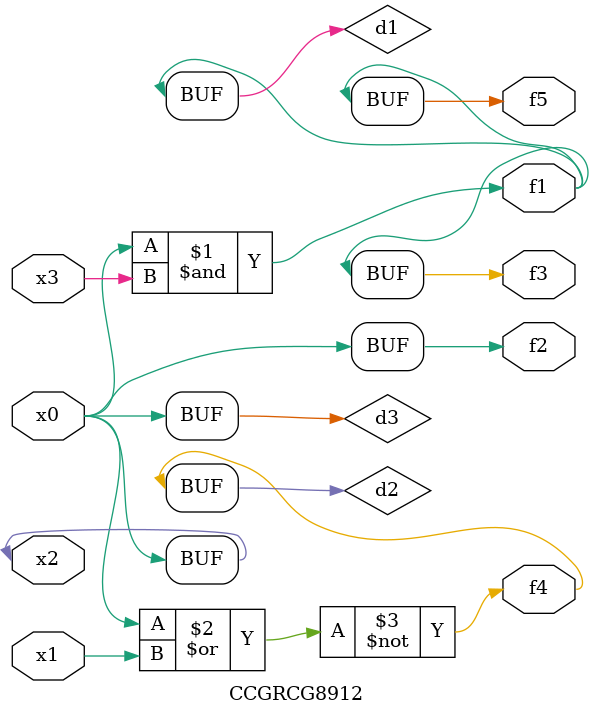
<source format=v>
module CCGRCG8912(
	input x0, x1, x2, x3,
	output f1, f2, f3, f4, f5
);

	wire d1, d2, d3;

	and (d1, x2, x3);
	nor (d2, x0, x1);
	buf (d3, x0, x2);
	assign f1 = d1;
	assign f2 = d3;
	assign f3 = d1;
	assign f4 = d2;
	assign f5 = d1;
endmodule

</source>
